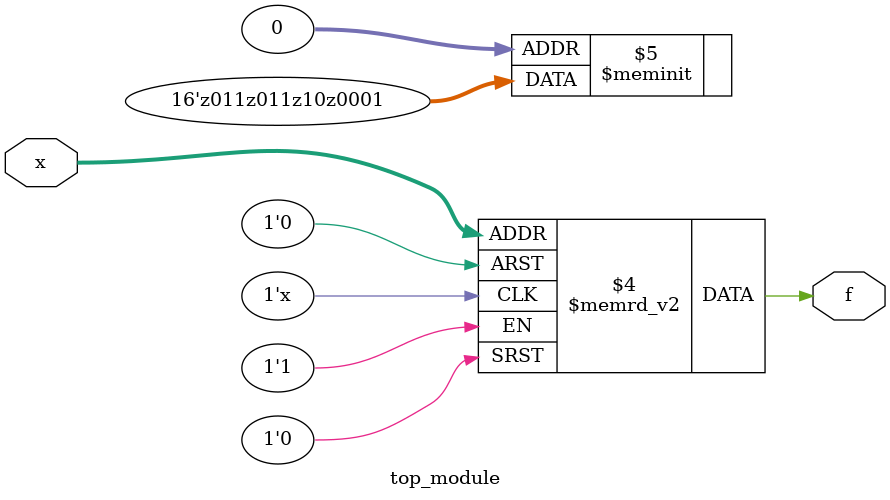
<source format=sv>
module top_module (
	input [4:1] x,
	output logic f
);

always_comb begin
    case (x)
        4'b00_00: f = 1'b1;
        4'b00_01: f = 1'b0;
        4'b00_10: f = 1'b0;
        4'b00_11: f = 1'b0;
        4'b01_00: f = 1'bz;
        4'b01_01: f = 1'b0;
        4'b01_10: f = 1'b1;
        4'b01_11: f = 1'bz;
        4'b10_00: f = 1'b1;
        4'b10_01: f = 1'b1;
        4'b10_10: f = 1'b0;
        4'b10_11: f = 1'bz;
        4'b11_00: f = 1'b1;
        4'b11_01: f = 1'b1;
        4'b11_10: f = 1'b0;
        4'b11_11: f = 1'bz;
        default: f = 1'bz; // Handle don't-cares
    endcase
end

endmodule

</source>
